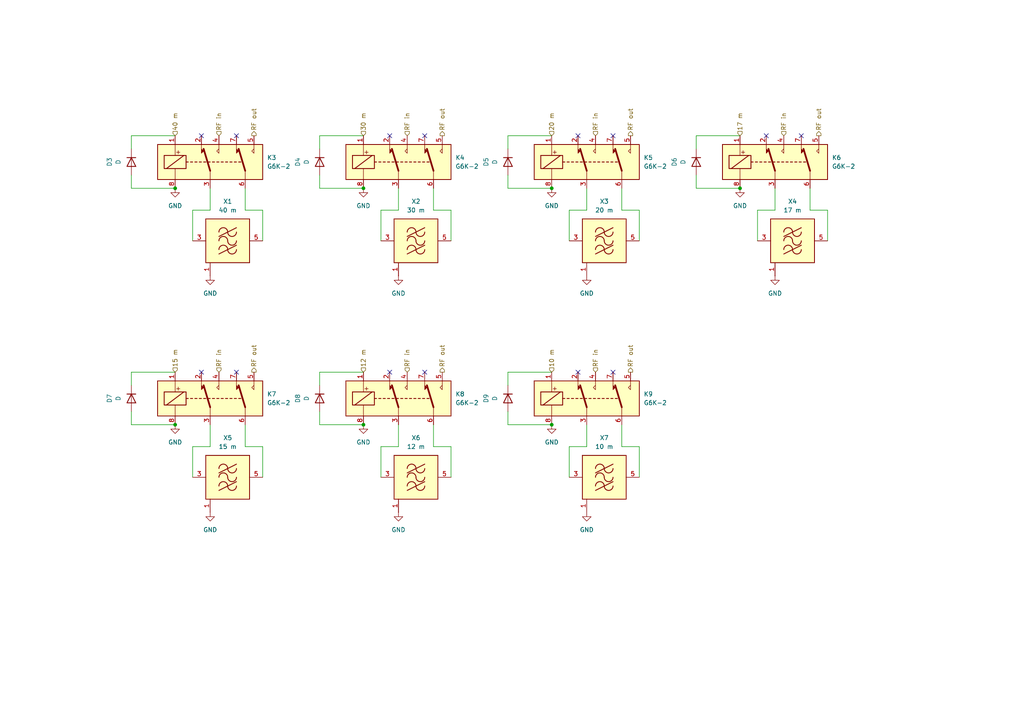
<source format=kicad_sch>
(kicad_sch (version 20231120) (generator "eeschema") (generator_version "8.0")
  (paper "A4")
  (lib_symbols
    (symbol "Device:D" (pin_numbers hide) (pin_names (offset 1.016) hide)
      (property "Reference" "D" (at 0 2.54 0))
      (property "Value" "D" (at 0 -2.54 0))
      (symbol "D_0_1"
        (polyline (pts (xy -1.27 1.27) (xy -1.27 -1.27)) (stroke (width 0.254)))
        (polyline (pts (xy 1.27 0) (xy -1.27 0)))
        (polyline (pts (xy 1.27 1.27) (xy 1.27 -1.27) (xy -1.27 0) (xy 1.27 1.27)) (stroke (width 0.254)))
      )
      (symbol "D_1_1"
        (pin passive line (at -3.81 0 0) (length 2.54) (name "K") (number "1"))
        (pin passive line (at 3.81 0 180) (length 2.54) (name "A") (number "2"))
      )
    )
    (symbol "Relay:G6K-2"
      (property "Reference" "K" (at 16.51 3.81 0))
      (property "Value" "G6K-2" (at 16.51 1.27 0))
      (symbol "G6K-2_0_0"
        (text "+" (at -9.271 2.921 0) (effects (font (size 1.27 1.27))))
      )
      (symbol "G6K-2_0_1"
        (rectangle (start -15.24 5.08) (end 15.24 -5.08) (stroke (width 0.254)) (fill (type background)))
        (rectangle (start -13.335 1.905) (end -6.985 -1.905) (stroke (width 0.254)))
        (polyline (pts (xy -12.7 -1.905) (xy -7.62 1.905)) (stroke (width 0.254)))
        (polyline (pts (xy -10.16 -5.08) (xy -10.16 -1.905)))
        (polyline (pts (xy -10.16 5.08) (xy -10.16 1.905)))
        (polyline (pts (xy -6.985 0) (xy -6.35 0)) (stroke (width 0.254)))
        (polyline (pts (xy -5.715 0) (xy -5.08 0)) (stroke (width 0.254)))
        (polyline (pts (xy -4.445 0) (xy -3.81 0)) (stroke (width 0.254)))
        (polyline (pts (xy -3.175 0) (xy -2.54 0)) (stroke (width 0.254)))
        (polyline (pts (xy -1.905 0) (xy -1.27 0)) (stroke (width 0.254)))
        (polyline (pts (xy -0.635 0) (xy 0 0)) (stroke (width 0.254)))
        (polyline (pts (xy 0 -2.54) (xy -1.905 3.81)) (stroke (width 0.508)))
        (polyline (pts (xy 0 -2.54) (xy 0 -5.08)))
        (polyline (pts (xy 0.635 0) (xy 1.27 0)) (stroke (width 0.254)))
        (polyline (pts (xy 1.905 0) (xy 2.54 0)) (stroke (width 0.254)))
        (polyline (pts (xy 3.175 0) (xy 3.81 0)) (stroke (width 0.254)))
        (polyline (pts (xy 4.445 0) (xy 5.08 0)) (stroke (width 0.254)))
        (polyline (pts (xy 5.715 0) (xy 6.35 0)) (stroke (width 0.254)))
        (polyline (pts (xy 6.985 0) (xy 7.62 0)) (stroke (width 0.254)))
        (polyline (pts (xy 8.255 0) (xy 8.89 0)) (stroke (width 0.254)))
        (polyline (pts (xy 10.16 -2.54) (xy 8.255 3.81)) (stroke (width 0.508)))
        (polyline (pts (xy 10.16 -2.54) (xy 10.16 -5.08)))
        (polyline (pts (xy -2.54 5.08) (xy -2.54 2.54) (xy -1.905 3.175) (xy -2.54 3.81)) (fill (type outline)))
        (polyline (pts (xy 2.54 5.08) (xy 2.54 2.54) (xy 1.905 3.175) (xy 2.54 3.81)))
        (polyline (pts (xy 7.62 5.08) (xy 7.62 2.54) (xy 8.255 3.175) (xy 7.62 3.81)) (fill (type outline)))
        (polyline (pts (xy 12.7 5.08) (xy 12.7 2.54) (xy 12.065 3.175) (xy 12.7 3.81)))
      )
      (symbol "G6K-2_1_1"
        (pin passive line (at -10.16 7.62 270) (length 2.54) (name "~") (number "1"))
        (pin passive line (at -2.54 7.62 270) (length 2.54) (name "~") (number "2"))
        (pin passive line (at 0 -7.62 90) (length 2.54) (name "~") (number "3"))
        (pin passive line (at 2.54 7.62 270) (length 2.54) (name "~") (number "4"))
        (pin passive line (at 12.7 7.62 270) (length 2.54) (name "~") (number "5"))
        (pin passive line (at 10.16 -7.62 90) (length 2.54) (name "~") (number "6"))
        (pin passive line (at 7.62 7.62 270) (length 2.54) (name "~") (number "7"))
        (pin passive line (at -10.16 -7.62 90) (length 2.54) (name "~") (number "8"))
      )
    )
    (symbol "pico-sdx:Filter_Module" (pin_names hide)
      (property "Reference" "X" (at -5.08 10.16 0))
      (property "Value" "Filter Module" (at -1.27 7.62 0))
      (symbol "Filter_Module_1_1"
        (rectangle (start -6.35 6.35) (end 6.35 -6.35) (stroke (width 0.254)) (fill (type background)))
        (arc (start 0 -2.54) (mid -1.27 -1.2755) (end -2.54 -2.54) (stroke (width 0.254)))
        (arc (start 0 -2.54) (mid 1.27 -3.8045) (end 2.54 -2.54) (stroke (width 0.254)))
        (arc (start 0 0) (mid -1.27 1.2645) (end -2.54 0) (stroke (width 0.254)))
        (polyline (pts (xy -2.54 -3.81) (xy 2.54 -1.27)) (stroke (width 0.254)))
        (polyline (pts (xy -2.54 1.27) (xy 2.54 3.81)) (stroke (width 0.254)))
        (arc (start 0 0) (mid 1.27 -1.2645) (end 2.54 0) (stroke (width 0.254)))
        (arc (start 0 2.54) (mid -1.27 3.8045) (end -2.54 2.54) (stroke (width 0.254)))
        (arc (start 0 2.54) (mid 1.27 1.2755) (end 2.54 2.54) (stroke (width 0.254)))
        (pin power_in line (at -5.08 -10.16 90) (length 3.81) (name "GND") (number "1"))
        (pin passive line (at -5.08 -10.16 90) (length 3.81) hide (name "GND") (number "2"))
        (pin input line (at -10.16 0 0) (length 3.81) (name "IN") (number "3"))
        (pin passive line (at -10.16 0 0) (length 3.81) hide (name "IN") (number "4"))
        (pin output line (at 10.16 0 180) (length 3.81) (name "OUT") (number "5"))
        (pin passive line (at 10.16 0 180) (length 3.81) hide (name "OUT") (number "6"))
        (pin passive line (at -5.08 -10.16 90) (length 3.81) hide (name "GND") (number "7"))
        (pin passive line (at -5.08 -10.16 90) (length 3.81) hide (name "GND") (number "8"))
      )
    )
    (symbol "power:GND" (power) (pin_numbers hide) (pin_names (offset 0) hide)
      (property "Value" "GND" (at 0 -3.81 0))
      (symbol "GND_0_1"
        (polyline (pts (xy 0 0) (xy 0 -1.27) (xy 1.27 -1.27) (xy 0 -2.54) (xy -1.27 -1.27) (xy 0 -1.27)))
      )
      (symbol "GND_1_1"
        (pin power_in line (at 0 0 270) (length 0) (name "~") (number "1"))
      )
    )
  )
  (junction (at 214.63 54.61))
  (junction (at 160.02 123.19))
  (junction (at 105.41 54.61))
  (junction (at 50.8 123.19))
  (junction (at 50.8 54.61))
  (junction (at 160.02 54.61))
  (junction (at 105.41 123.19))
  (no_connect (at 113.03 39.37))
  (no_connect (at 68.58 107.95))
  (no_connect (at 113.03 107.95))
  (no_connect (at 58.42 39.37))
  (no_connect (at 123.19 39.37))
  (no_connect (at 177.8 39.37))
  (no_connect (at 222.25 39.37))
  (no_connect (at 177.8 107.95))
  (no_connect (at 167.64 107.95))
  (no_connect (at 68.58 39.37))
  (no_connect (at 232.41 39.37))
  (no_connect (at 58.42 107.95))
  (no_connect (at 123.19 107.95))
  (no_connect (at 167.64 39.37))
  (wire (pts (xy 185.42 60.96) (xy 185.42 69.85)))
  (wire (pts (xy 38.1 123.19) (xy 50.8 123.19)))
  (wire (pts (xy 115.57 54.61) (xy 115.57 60.96)))
  (wire (pts (xy 147.32 50.8) (xy 147.32 54.61)))
  (wire (pts (xy 234.95 60.96) (xy 240.03 60.96)))
  (wire (pts (xy 92.71 39.37) (xy 105.41 39.37)))
  (wire (pts (xy 240.03 60.96) (xy 240.03 69.85)))
  (wire (pts (xy 147.32 123.19) (xy 160.02 123.19)))
  (wire (pts (xy 92.71 50.8) (xy 92.71 54.61)))
  (wire (pts (xy 185.42 129.54) (xy 185.42 138.43)))
  (wire (pts (xy 201.93 54.61) (xy 214.63 54.61)))
  (wire (pts (xy 201.93 50.8) (xy 201.93 54.61)))
  (wire (pts (xy 201.93 39.37) (xy 214.63 39.37)))
  (wire (pts (xy 92.71 123.19) (xy 105.41 123.19)))
  (wire (pts (xy 201.93 43.18) (xy 201.93 39.37)))
  (wire (pts (xy 115.57 129.54) (xy 110.49 129.54)))
  (wire (pts (xy 38.1 119.38) (xy 38.1 123.19)))
  (wire (pts (xy 60.96 60.96) (xy 55.88 60.96)))
  (wire (pts (xy 92.71 43.18) (xy 92.71 39.37)))
  (wire (pts (xy 147.32 54.61) (xy 160.02 54.61)))
  (wire (pts (xy 130.81 129.54) (xy 130.81 138.43)))
  (wire (pts (xy 71.12 54.61) (xy 71.12 60.96)))
  (wire (pts (xy 71.12 129.54) (xy 76.2 129.54)))
  (wire (pts (xy 55.88 129.54) (xy 55.88 138.43)))
  (wire (pts (xy 38.1 50.8) (xy 38.1 54.61)))
  (wire (pts (xy 147.32 39.37) (xy 160.02 39.37)))
  (wire (pts (xy 170.18 54.61) (xy 170.18 60.96)))
  (wire (pts (xy 130.81 60.96) (xy 130.81 69.85)))
  (wire (pts (xy 76.2 60.96) (xy 76.2 69.85)))
  (wire (pts (xy 170.18 123.19) (xy 170.18 129.54)))
  (wire (pts (xy 147.32 43.18) (xy 147.32 39.37)))
  (wire (pts (xy 180.34 60.96) (xy 185.42 60.96)))
  (wire (pts (xy 170.18 129.54) (xy 165.1 129.54)))
  (wire (pts (xy 125.73 123.19) (xy 125.73 129.54)))
  (wire (pts (xy 165.1 60.96) (xy 165.1 69.85)))
  (wire (pts (xy 76.2 129.54) (xy 76.2 138.43)))
  (wire (pts (xy 180.34 129.54) (xy 185.42 129.54)))
  (wire (pts (xy 71.12 123.19) (xy 71.12 129.54)))
  (wire (pts (xy 110.49 60.96) (xy 110.49 69.85)))
  (wire (pts (xy 234.95 54.61) (xy 234.95 60.96)))
  (wire (pts (xy 224.79 60.96) (xy 219.71 60.96)))
  (wire (pts (xy 60.96 54.61) (xy 60.96 60.96)))
  (wire (pts (xy 147.32 119.38) (xy 147.32 123.19)))
  (wire (pts (xy 125.73 54.61) (xy 125.73 60.96)))
  (wire (pts (xy 92.71 119.38) (xy 92.71 123.19)))
  (wire (pts (xy 125.73 129.54) (xy 130.81 129.54)))
  (wire (pts (xy 110.49 129.54) (xy 110.49 138.43)))
  (wire (pts (xy 180.34 123.19) (xy 180.34 129.54)))
  (wire (pts (xy 165.1 129.54) (xy 165.1 138.43)))
  (wire (pts (xy 92.71 107.95) (xy 105.41 107.95)))
  (wire (pts (xy 115.57 60.96) (xy 110.49 60.96)))
  (wire (pts (xy 55.88 60.96) (xy 55.88 69.85)))
  (wire (pts (xy 115.57 123.19) (xy 115.57 129.54)))
  (wire (pts (xy 38.1 39.37) (xy 50.8 39.37)))
  (wire (pts (xy 71.12 60.96) (xy 76.2 60.96)))
  (wire (pts (xy 147.32 111.76) (xy 147.32 107.95)))
  (wire (pts (xy 92.71 111.76) (xy 92.71 107.95)))
  (wire (pts (xy 38.1 43.18) (xy 38.1 39.37)))
  (wire (pts (xy 38.1 111.76) (xy 38.1 107.95)))
  (wire (pts (xy 92.71 54.61) (xy 105.41 54.61)))
  (wire (pts (xy 60.96 129.54) (xy 55.88 129.54)))
  (wire (pts (xy 60.96 123.19) (xy 60.96 129.54)))
  (wire (pts (xy 224.79 54.61) (xy 224.79 60.96)))
  (wire (pts (xy 170.18 60.96) (xy 165.1 60.96)))
  (wire (pts (xy 38.1 107.95) (xy 50.8 107.95)))
  (wire (pts (xy 180.34 54.61) (xy 180.34 60.96)))
  (wire (pts (xy 147.32 107.95) (xy 160.02 107.95)))
  (wire (pts (xy 38.1 54.61) (xy 50.8 54.61)))
  (wire (pts (xy 125.73 60.96) (xy 130.81 60.96)))
  (wire (pts (xy 219.71 60.96) (xy 219.71 69.85)))
  (hierarchical_label "30 m" (shape input) (at 105.41 39.37 90))
  (hierarchical_label "17 m" (shape input) (at 214.63 39.37 90))
  (hierarchical_label "RF in" (shape input) (at 63.5 107.95 90))
  (hierarchical_label "12 m" (shape input) (at 105.41 107.95 90))
  (hierarchical_label "10 m" (shape input) (at 160.02 107.95 90))
  (hierarchical_label "RF in" (shape input) (at 172.72 107.95 90))
  (hierarchical_label "20 m" (shape input) (at 160.02 39.37 90))
  (hierarchical_label "40 m" (shape input) (at 50.8 39.37 90))
  (hierarchical_label "RF out" (shape output) (at 73.66 39.37 90))
  (hierarchical_label "RF out" (shape output) (at 182.88 39.37 90))
  (hierarchical_label "RF in" (shape input) (at 227.33 39.37 90))
  (hierarchical_label "RF out" (shape output) (at 128.27 39.37 90))
  (hierarchical_label "RF out" (shape output) (at 237.49 39.37 90))
  (hierarchical_label "RF in" (shape input) (at 63.5 39.37 90))
  (hierarchical_label "RF in" (shape input) (at 118.11 107.95 90))
  (hierarchical_label "RF out" (shape output) (at 128.27 107.95 90))
  (hierarchical_label "RF out" (shape output) (at 73.66 107.95 90))
  (hierarchical_label "15 m" (shape input) (at 50.8 107.95 90))
  (hierarchical_label "RF out" (shape output) (at 182.88 107.95 90))
  (hierarchical_label "RF in" (shape input) (at 118.11 39.37 90))
  (hierarchical_label "RF in" (shape input) (at 172.72 39.37 90))
  (symbol (lib_id "power:GND") (at 115.57 148.59 0) (unit 1)
    (property "Reference" "#PWR0104" (effects (hide yes)))
    (property "Value" "GND" (at 115.57 153.67 0))
    (property "Description" "Power symbol creates a global label with name \"GND\" , ground" (effects (hide yes)))
  )
  (symbol (lib_id "Relay:G6K-2") (at 60.96 46.99 0) (unit 1)
    (property "Reference" "K3" (at 77.47 45.7199 0) (effects (justify left)))
    (property "Value" "G6K-2" (at 77.47 48.2599 0) (effects (justify left)))
    (property "Footprint" "Relay_THT:Relay_DPDT_Omron_G6K-2P" (effects (hide yes)))
    (property "Datasheet" "http://omronfs.omron.com/en_US/ecb/products/pdf/en-g6k.pdf" (effects (hide yes)))
    (property "Description" "Miniature 2-pole relay, Single-side Stable" (effects (hide yes)))
  )
  (symbol (lib_id "power:GND") (at 50.8 123.19 0) (unit 1)
    (property "Reference" "#PWR0101" (effects (hide yes)))
    (property "Value" "GND" (at 50.8 128.27 0))
    (property "Description" "Power symbol creates a global label with name \"GND\" , ground" (effects (hide yes)))
  )
  (symbol (lib_id "Relay:G6K-2") (at 224.79 46.99 0) (unit 1)
    (property "Reference" "K6" (at 241.3 45.7199 0) (effects (justify left)))
    (property "Value" "G6K-2" (at 241.3 48.2599 0) (effects (justify left)))
    (property "Footprint" "Relay_THT:Relay_DPDT_Omron_G6K-2P" (effects (hide yes)))
    (property "Datasheet" "http://omronfs.omron.com/en_US/ecb/products/pdf/en-g6k.pdf" (effects (hide yes)))
    (property "Description" "Miniature 2-pole relay, Single-side Stable" (effects (hide yes)))
  )
  (symbol (lib_id "power:GND") (at 105.41 123.19 0) (unit 1)
    (property "Reference" "#PWR0103" (effects (hide yes)))
    (property "Value" "GND" (at 105.41 128.27 0))
    (property "Description" "Power symbol creates a global label with name \"GND\" , ground" (effects (hide yes)))
  )
  (symbol (lib_id "Device:D") (at 147.32 46.99 270) (unit 1)
    (property "Reference" "D5" (at 140.97 46.99 0))
    (property "Value" "D" (at 143.51 46.99 0))
    (property "Footprint" "Diode_SMD:D_SOD-128" (effects (hide yes)))
    (property "Description" "Diode" (effects (hide yes)))
    (property "Sim.Device" "D" (effects (hide yes)))
    (property "Sim.Pins" "1=K 2=A" (effects (hide yes)))
  )
  (symbol (lib_id "Device:D") (at 92.71 115.57 270) (unit 1)
    (property "Reference" "D8" (at 86.36 115.57 0))
    (property "Value" "D" (at 88.9 115.57 0))
    (property "Footprint" "Diode_SMD:D_SOD-128" (effects (hide yes)))
    (property "Description" "Diode" (effects (hide yes)))
    (property "Sim.Device" "D" (effects (hide yes)))
    (property "Sim.Pins" "1=K 2=A" (effects (hide yes)))
  )
  (symbol (lib_id "power:GND") (at 50.8 54.61 0) (unit 1)
    (property "Reference" "#PWR093" (effects (hide yes)))
    (property "Value" "GND" (at 50.8 59.69 0))
    (property "Description" "Power symbol creates a global label with name \"GND\" , ground" (effects (hide yes)))
  )
  (symbol (lib_id "power:GND") (at 60.96 148.59 0) (unit 1)
    (property "Reference" "#PWR0102" (effects (hide yes)))
    (property "Value" "GND" (at 60.96 153.67 0))
    (property "Description" "Power symbol creates a global label with name \"GND\" , ground" (effects (hide yes)))
  )
  (symbol (lib_id "power:GND") (at 60.96 80.01 0) (unit 1)
    (property "Reference" "#PWR094" (effects (hide yes)))
    (property "Value" "GND" (at 60.96 85.09 0))
    (property "Description" "Power symbol creates a global label with name \"GND\" , ground" (effects (hide yes)))
  )
  (symbol (lib_id "Relay:G6K-2") (at 170.18 46.99 0) (unit 1)
    (property "Reference" "K5" (at 186.69 45.7199 0) (effects (justify left)))
    (property "Value" "G6K-2" (at 186.69 48.2599 0) (effects (justify left)))
    (property "Footprint" "Relay_THT:Relay_DPDT_Omron_G6K-2P" (effects (hide yes)))
    (property "Datasheet" "http://omronfs.omron.com/en_US/ecb/products/pdf/en-g6k.pdf" (effects (hide yes)))
    (property "Description" "Miniature 2-pole relay, Single-side Stable" (effects (hide yes)))
  )
  (symbol (lib_id "Device:D") (at 147.32 115.57 270) (unit 1)
    (property "Reference" "D9" (at 140.97 115.57 0))
    (property "Value" "D" (at 143.51 115.57 0))
    (property "Footprint" "Diode_SMD:D_SOD-128" (effects (hide yes)))
    (property "Description" "Diode" (effects (hide yes)))
    (property "Sim.Device" "D" (effects (hide yes)))
    (property "Sim.Pins" "1=K 2=A" (effects (hide yes)))
  )
  (symbol (lib_id "Relay:G6K-2") (at 115.57 46.99 0) (unit 1)
    (property "Reference" "K4" (at 132.08 45.7199 0) (effects (justify left)))
    (property "Value" "G6K-2" (at 132.08 48.2599 0) (effects (justify left)))
    (property "Footprint" "Relay_THT:Relay_DPDT_Omron_G6K-2P" (effects (hide yes)))
    (property "Datasheet" "http://omronfs.omron.com/en_US/ecb/products/pdf/en-g6k.pdf" (effects (hide yes)))
    (property "Description" "Miniature 2-pole relay, Single-side Stable" (effects (hide yes)))
  )
  (symbol (lib_id "Relay:G6K-2") (at 115.57 115.57 0) (unit 1)
    (property "Reference" "K8" (at 132.08 114.2999 0) (effects (justify left)))
    (property "Value" "G6K-2" (at 132.08 116.8399 0) (effects (justify left)))
    (property "Footprint" "Relay_THT:Relay_DPDT_Omron_G6K-2P" (effects (hide yes)))
    (property "Datasheet" "http://omronfs.omron.com/en_US/ecb/products/pdf/en-g6k.pdf" (effects (hide yes)))
    (property "Description" "Miniature 2-pole relay, Single-side Stable" (effects (hide yes)))
  )
  (symbol (lib_id "pico-sdx:Filter_Module") (at 175.26 138.43 0) (unit 1)
    (property "Reference" "X7" (at 175.26 127 0))
    (property "Value" "10 m" (at 175.26 129.54 0))
    (property "Footprint" "pico-sdx:Filter Module" (effects (hide yes)))
    (property "Datasheet" "https://qrp-labs.com/bpfkit.html" (effects (hide yes)))
    (property "Description" "Band Pass Filter kit" (effects (hide yes)))
  )
  (symbol (lib_id "power:GND") (at 160.02 123.19 0) (unit 1)
    (property "Reference" "#PWR0105" (effects (hide yes)))
    (property "Value" "GND" (at 160.02 128.27 0))
    (property "Description" "Power symbol creates a global label with name \"GND\" , ground" (effects (hide yes)))
  )
  (symbol (lib_id "power:GND") (at 170.18 148.59 0) (unit 1)
    (property "Reference" "#PWR0106" (effects (hide yes)))
    (property "Value" "GND" (at 170.18 153.67 0))
    (property "Description" "Power symbol creates a global label with name \"GND\" , ground" (effects (hide yes)))
  )
  (symbol (lib_id "power:GND") (at 170.18 80.01 0) (unit 1)
    (property "Reference" "#PWR098" (effects (hide yes)))
    (property "Value" "GND" (at 170.18 85.09 0))
    (property "Description" "Power symbol creates a global label with name \"GND\" , ground" (effects (hide yes)))
  )
  (symbol (lib_id "pico-sdx:Filter_Module") (at 66.04 69.85 0) (unit 1)
    (property "Reference" "X1" (at 66.04 58.42 0))
    (property "Value" "40 m" (at 66.04 60.96 0))
    (property "Footprint" "pico-sdx:Filter Module" (effects (hide yes)))
    (property "Datasheet" "https://qrp-labs.com/bpfkit.html" (effects (hide yes)))
    (property "Description" "Band Pass Filter kit" (effects (hide yes)))
  )
  (symbol (lib_id "power:GND") (at 224.79 80.01 0) (unit 1)
    (property "Reference" "#PWR0100" (effects (hide yes)))
    (property "Value" "GND" (at 224.79 85.09 0))
    (property "Description" "Power symbol creates a global label with name \"GND\" , ground" (effects (hide yes)))
  )
  (symbol (lib_id "pico-sdx:Filter_Module") (at 229.87 69.85 0) (unit 1)
    (property "Reference" "X4" (at 229.87 58.42 0))
    (property "Value" "17 m" (at 229.87 60.96 0))
    (property "Footprint" "pico-sdx:Filter Module" (effects (hide yes)))
    (property "Datasheet" "https://qrp-labs.com/bpfkit.html" (effects (hide yes)))
    (property "Description" "Band Pass Filter kit" (effects (hide yes)))
  )
  (symbol (lib_id "pico-sdx:Filter_Module") (at 66.04 138.43 0) (unit 1)
    (property "Reference" "X5" (at 66.04 127 0))
    (property "Value" "15 m" (at 66.04 129.54 0))
    (property "Footprint" "pico-sdx:Filter Module" (effects (hide yes)))
    (property "Datasheet" "https://qrp-labs.com/bpfkit.html" (effects (hide yes)))
    (property "Description" "Band Pass Filter kit" (effects (hide yes)))
  )
  (symbol (lib_id "power:GND") (at 115.57 80.01 0) (unit 1)
    (property "Reference" "#PWR096" (effects (hide yes)))
    (property "Value" "GND" (at 115.57 85.09 0))
    (property "Description" "Power symbol creates a global label with name \"GND\" , ground" (effects (hide yes)))
  )
  (symbol (lib_id "Device:D") (at 92.71 46.99 270) (unit 1)
    (property "Reference" "D4" (at 86.36 46.99 0))
    (property "Value" "D" (at 88.9 46.99 0))
    (property "Footprint" "Diode_SMD:D_SOD-128" (effects (hide yes)))
    (property "Description" "Diode" (effects (hide yes)))
    (property "Sim.Device" "D" (effects (hide yes)))
    (property "Sim.Pins" "1=K 2=A" (effects (hide yes)))
  )
  (symbol (lib_id "Device:D") (at 38.1 46.99 270) (unit 1)
    (property "Reference" "D3" (at 31.75 46.99 0))
    (property "Value" "D" (at 34.29 46.99 0))
    (property "Footprint" "Diode_SMD:D_SOD-128" (effects (hide yes)))
    (property "Description" "Diode" (effects (hide yes)))
    (property "Sim.Device" "D" (effects (hide yes)))
    (property "Sim.Pins" "1=K 2=A" (effects (hide yes)))
  )
  (symbol (lib_id "pico-sdx:Filter_Module") (at 120.65 138.43 0) (unit 1)
    (property "Reference" "X6" (at 120.65 127 0))
    (property "Value" "12 m" (at 120.65 129.54 0))
    (property "Footprint" "pico-sdx:Filter Module" (effects (hide yes)))
    (property "Datasheet" "https://qrp-labs.com/bpfkit.html" (effects (hide yes)))
    (property "Description" "Band Pass Filter kit" (effects (hide yes)))
  )
  (symbol (lib_id "Relay:G6K-2") (at 170.18 115.57 0) (unit 1)
    (property "Reference" "K9" (at 186.69 114.2999 0) (effects (justify left)))
    (property "Value" "G6K-2" (at 186.69 116.8399 0) (effects (justify left)))
    (property "Footprint" "Relay_THT:Relay_DPDT_Omron_G6K-2P" (effects (hide yes)))
    (property "Datasheet" "http://omronfs.omron.com/en_US/ecb/products/pdf/en-g6k.pdf" (effects (hide yes)))
    (property "Description" "Miniature 2-pole relay, Single-side Stable" (effects (hide yes)))
  )
  (symbol (lib_id "Device:D") (at 38.1 115.57 270) (unit 1)
    (property "Reference" "D7" (at 31.75 115.57 0))
    (property "Value" "D" (at 34.29 115.57 0))
    (property "Footprint" "Diode_SMD:D_SOD-128" (effects (hide yes)))
    (property "Description" "Diode" (effects (hide yes)))
    (property "Sim.Device" "D" (effects (hide yes)))
    (property "Sim.Pins" "1=K 2=A" (effects (hide yes)))
  )
  (symbol (lib_id "pico-sdx:Filter_Module") (at 120.65 69.85 0) (unit 1)
    (property "Reference" "X2" (at 120.65 58.42 0))
    (property "Value" "30 m" (at 120.65 60.96 0))
    (property "Footprint" "pico-sdx:Filter Module" (effects (hide yes)))
    (property "Datasheet" "https://qrp-labs.com/bpfkit.html" (effects (hide yes)))
    (property "Description" "Band Pass Filter kit" (effects (hide yes)))
  )
  (symbol (lib_id "Relay:G6K-2") (at 60.96 115.57 0) (unit 1)
    (property "Reference" "K7" (at 77.47 114.2999 0) (effects (justify left)))
    (property "Value" "G6K-2" (at 77.47 116.8399 0) (effects (justify left)))
    (property "Footprint" "Relay_THT:Relay_DPDT_Omron_G6K-2P" (effects (hide yes)))
    (property "Datasheet" "http://omronfs.omron.com/en_US/ecb/products/pdf/en-g6k.pdf" (effects (hide yes)))
    (property "Description" "Miniature 2-pole relay, Single-side Stable" (effects (hide yes)))
  )
  (symbol (lib_id "power:GND") (at 105.41 54.61 0) (unit 1)
    (property "Reference" "#PWR095" (effects (hide yes)))
    (property "Value" "GND" (at 105.41 59.69 0))
    (property "Description" "Power symbol creates a global label with name \"GND\" , ground" (effects (hide yes)))
  )
  (symbol (lib_id "power:GND") (at 214.63 54.61 0) (unit 1)
    (property "Reference" "#PWR099" (effects (hide yes)))
    (property "Value" "GND" (at 214.63 59.69 0))
    (property "Description" "Power symbol creates a global label with name \"GND\" , ground" (effects (hide yes)))
  )
  (symbol (lib_id "Device:D") (at 201.93 46.99 270) (unit 1)
    (property "Reference" "D6" (at 195.58 46.99 0))
    (property "Value" "D" (at 198.12 46.99 0))
    (property "Footprint" "Diode_SMD:D_SOD-128" (effects (hide yes)))
    (property "Description" "Diode" (effects (hide yes)))
    (property "Sim.Device" "D" (effects (hide yes)))
    (property "Sim.Pins" "1=K 2=A" (effects (hide yes)))
  )
  (symbol (lib_id "pico-sdx:Filter_Module") (at 175.26 69.85 0) (unit 1)
    (property "Reference" "X3" (at 175.26 58.42 0))
    (property "Value" "20 m" (at 175.26 60.96 0))
    (property "Footprint" "pico-sdx:Filter Module" (effects (hide yes)))
    (property "Datasheet" "https://qrp-labs.com/bpfkit.html" (effects (hide yes)))
    (property "Description" "Band Pass Filter kit" (effects (hide yes)))
  )
  (symbol (lib_id "power:GND") (at 160.02 54.61 0) (unit 1)
    (property "Reference" "#PWR097" (effects (hide yes)))
    (property "Value" "GND" (at 160.02 59.69 0))
    (property "Description" "Power symbol creates a global label with name \"GND\" , ground" (effects (hide yes)))
  )
)
</source>
